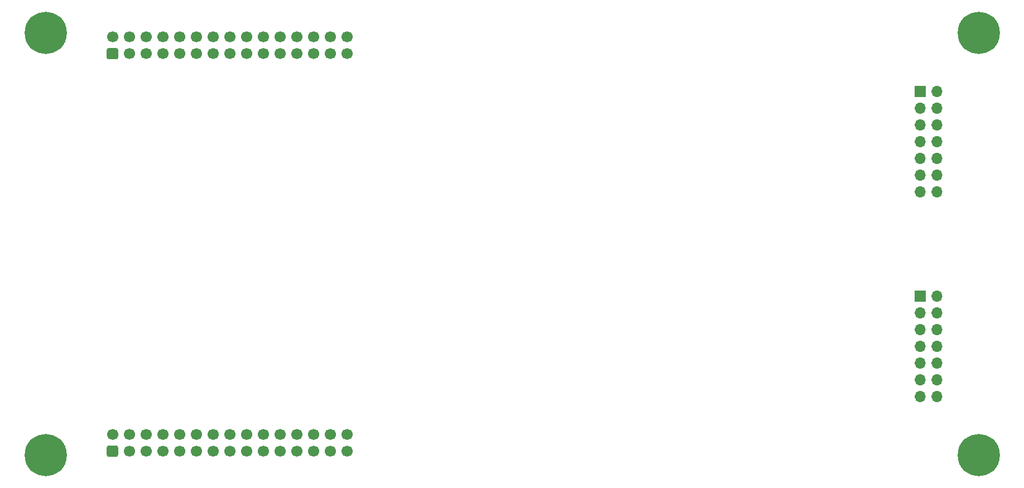
<source format=gbr>
%TF.GenerationSoftware,KiCad,Pcbnew,(5.1.9)-1*%
%TF.CreationDate,2021-05-31T11:51:56+02:00*%
%TF.ProjectId,periph_gpio,70657269-7068-45f6-9770-696f2e6b6963,v1.0*%
%TF.SameCoordinates,Original*%
%TF.FileFunction,Soldermask,Bot*%
%TF.FilePolarity,Negative*%
%FSLAX46Y46*%
G04 Gerber Fmt 4.6, Leading zero omitted, Abs format (unit mm)*
G04 Created by KiCad (PCBNEW (5.1.9)-1) date 2021-05-31 11:51:56*
%MOMM*%
%LPD*%
G01*
G04 APERTURE LIST*
%ADD10O,1.700000X1.700000*%
%ADD11R,1.700000X1.700000*%
%ADD12C,1.700000*%
%ADD13C,0.800000*%
%ADD14C,6.400000*%
G04 APERTURE END LIST*
D10*
%TO.C,J4*%
X45085000Y-55880000D03*
X42545000Y-55880000D03*
X45085000Y-53340000D03*
X42545000Y-53340000D03*
X45085000Y-50800000D03*
X42545000Y-50800000D03*
X45085000Y-48260000D03*
X42545000Y-48260000D03*
X45085000Y-45720000D03*
X42545000Y-45720000D03*
X45085000Y-43180000D03*
X42545000Y-43180000D03*
X45085000Y-40640000D03*
D11*
X42545000Y-40640000D03*
%TD*%
D10*
%TO.C,J3*%
X45085000Y-24765000D03*
X42545000Y-24765000D03*
X45085000Y-22225000D03*
X42545000Y-22225000D03*
X45085000Y-19685000D03*
X42545000Y-19685000D03*
X45085000Y-17145000D03*
X42545000Y-17145000D03*
X45085000Y-14605000D03*
X42545000Y-14605000D03*
X45085000Y-12065000D03*
X42545000Y-12065000D03*
X45085000Y-9525000D03*
D11*
X42545000Y-9525000D03*
%TD*%
D12*
%TO.C,J2*%
X-44450000Y-61595000D03*
X-46990000Y-61595000D03*
X-49530000Y-61595000D03*
X-52070000Y-61595000D03*
X-54610000Y-61595000D03*
X-57150000Y-61595000D03*
X-59690000Y-61595000D03*
X-62230000Y-61595000D03*
X-64770000Y-61595000D03*
X-67310000Y-61595000D03*
X-69850000Y-61595000D03*
X-72390000Y-61595000D03*
X-74930000Y-61595000D03*
X-77470000Y-61595000D03*
X-80010000Y-61595000D03*
X-44450000Y-64135000D03*
X-46990000Y-64135000D03*
X-49530000Y-64135000D03*
X-52070000Y-64135000D03*
X-54610000Y-64135000D03*
X-57150000Y-64135000D03*
X-59690000Y-64135000D03*
X-62230000Y-64135000D03*
X-64770000Y-64135000D03*
X-67310000Y-64135000D03*
X-69850000Y-64135000D03*
X-72390000Y-64135000D03*
X-74930000Y-64135000D03*
X-77470000Y-64135000D03*
G36*
G01*
X-79410000Y-64985000D02*
X-80610000Y-64985000D01*
G75*
G02*
X-80860000Y-64735000I0J250000D01*
G01*
X-80860000Y-63535000D01*
G75*
G02*
X-80610000Y-63285000I250000J0D01*
G01*
X-79410000Y-63285000D01*
G75*
G02*
X-79160000Y-63535000I0J-250000D01*
G01*
X-79160000Y-64735000D01*
G75*
G02*
X-79410000Y-64985000I-250000J0D01*
G01*
G37*
%TD*%
%TO.C,J1*%
X-44450000Y-1270000D03*
X-46990000Y-1270000D03*
X-49530000Y-1270000D03*
X-52070000Y-1270000D03*
X-54610000Y-1270000D03*
X-57150000Y-1270000D03*
X-59690000Y-1270000D03*
X-62230000Y-1270000D03*
X-64770000Y-1270000D03*
X-67310000Y-1270000D03*
X-69850000Y-1270000D03*
X-72390000Y-1270000D03*
X-74930000Y-1270000D03*
X-77470000Y-1270000D03*
X-80010000Y-1270000D03*
X-44450000Y-3810000D03*
X-46990000Y-3810000D03*
X-49530000Y-3810000D03*
X-52070000Y-3810000D03*
X-54610000Y-3810000D03*
X-57150000Y-3810000D03*
X-59690000Y-3810000D03*
X-62230000Y-3810000D03*
X-64770000Y-3810000D03*
X-67310000Y-3810000D03*
X-69850000Y-3810000D03*
X-72390000Y-3810000D03*
X-74930000Y-3810000D03*
X-77470000Y-3810000D03*
G36*
G01*
X-79410000Y-4660000D02*
X-80610000Y-4660000D01*
G75*
G02*
X-80860000Y-4410000I0J250000D01*
G01*
X-80860000Y-3210000D01*
G75*
G02*
X-80610000Y-2960000I250000J0D01*
G01*
X-79410000Y-2960000D01*
G75*
G02*
X-79160000Y-3210000I0J-250000D01*
G01*
X-79160000Y-4410000D01*
G75*
G02*
X-79410000Y-4660000I-250000J0D01*
G01*
G37*
%TD*%
D13*
%TO.C,H4*%
X-88472944Y-63072944D03*
X-90170000Y-62370000D03*
X-91867056Y-63072944D03*
X-92570000Y-64770000D03*
X-91867056Y-66467056D03*
X-90170000Y-67170000D03*
X-88472944Y-66467056D03*
X-87770000Y-64770000D03*
D14*
X-90170000Y-64770000D03*
%TD*%
D13*
%TO.C,H3*%
X53132056Y-63072944D03*
X51435000Y-62370000D03*
X49737944Y-63072944D03*
X49035000Y-64770000D03*
X49737944Y-66467056D03*
X51435000Y-67170000D03*
X53132056Y-66467056D03*
X53835000Y-64770000D03*
D14*
X51435000Y-64770000D03*
%TD*%
D13*
%TO.C,H2*%
X53132056Y1062056D03*
X51435000Y1765000D03*
X49737944Y1062056D03*
X49035000Y-635000D03*
X49737944Y-2332056D03*
X51435000Y-3035000D03*
X53132056Y-2332056D03*
X53835000Y-635000D03*
D14*
X51435000Y-635000D03*
%TD*%
D13*
%TO.C,H1*%
X-88472944Y1062056D03*
X-90170000Y1765000D03*
X-91867056Y1062056D03*
X-92570000Y-635000D03*
X-91867056Y-2332056D03*
X-90170000Y-3035000D03*
X-88472944Y-2332056D03*
X-87770000Y-635000D03*
D14*
X-90170000Y-635000D03*
%TD*%
M02*

</source>
